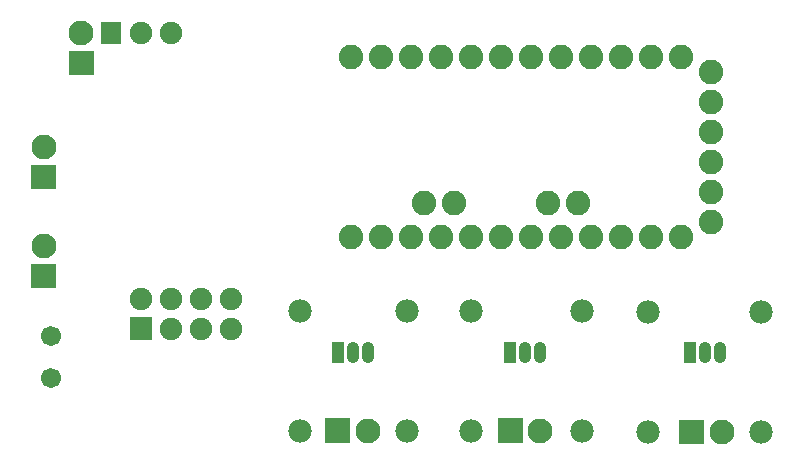
<source format=gts>
G04 Layer: TopSolderMaskLayer*
G04 EasyEDA v6.4.19.5, 2021-05-22T19:54:24+02:00*
G04 a9b393c6b906431c8adc5fb22f429070,c38686c9fe6447858fcbf2546f174441,10*
G04 Gerber Generator version 0.2*
G04 Scale: 100 percent, Rotated: No, Reflected: No *
G04 Dimensions in millimeters *
G04 leading zeros omitted , absolute positions ,4 integer and 5 decimal *
%FSLAX45Y45*%
%MOMM*%

%ADD23C,1.0016*%
%ADD24C,1.7016*%
%ADD25C,1.9016*%
%ADD27C,2.0828*%
%ADD31C,2.1016*%
%ADD32C,1.9812*%

%LPD*%
D23*
X4660900Y1863798D02*
G01*
X4660900Y1793798D01*
X4533900Y1863798D02*
G01*
X4533900Y1793798D01*
X6184900Y1863798D02*
G01*
X6184900Y1793798D01*
X6057900Y1863798D02*
G01*
X6057900Y1793798D01*
X3200400Y1863798D02*
G01*
X3200400Y1793798D01*
X3073400Y1863798D02*
G01*
X3073400Y1793798D01*
D24*
G01*
X520700Y1615694D03*
G01*
X520700Y1965705D03*
D25*
G01*
X1536700Y4533900D03*
G01*
X1282700Y4533900D03*
G36*
X944879Y4438904D02*
G01*
X944879Y4628895D01*
X1112520Y4628895D01*
X1112520Y4438904D01*
G37*
D27*
G01*
X5854700Y4330700D03*
G01*
X5600700Y4330700D03*
G01*
X5346700Y4330700D03*
G01*
X5092700Y4330700D03*
G01*
X4838700Y4330700D03*
G01*
X4584700Y4330700D03*
G01*
X4330700Y4330700D03*
G01*
X4076700Y4330700D03*
G01*
X3822700Y4330700D03*
G01*
X3568700Y4330700D03*
G01*
X3314700Y4330700D03*
G01*
X3060700Y4330700D03*
G01*
X3060700Y2806700D03*
G01*
X3314700Y2806700D03*
G01*
X3568700Y2806700D03*
G01*
X3822700Y2806700D03*
G01*
X4076700Y2806700D03*
G01*
X4330700Y2806700D03*
G01*
X4584700Y2806700D03*
G01*
X4838700Y2806700D03*
G01*
X5092700Y2806700D03*
G01*
X5346700Y2806700D03*
G01*
X5600700Y2806700D03*
G01*
X5854700Y2806700D03*
G01*
X3680459Y3093720D03*
G01*
X3934459Y3093720D03*
G01*
X4980940Y3093720D03*
G01*
X4726940Y3093720D03*
G01*
X6108700Y4203700D03*
G01*
X6108700Y3949700D03*
G01*
X6108700Y3695700D03*
G01*
X6108700Y3441700D03*
G01*
X6108700Y3187700D03*
G01*
X6108700Y2933700D03*
G36*
X1187957Y1937004D02*
G01*
X1187957Y2126995D01*
X1377950Y2126995D01*
X1377950Y1937004D01*
G37*
D25*
G01*
X1282700Y2286000D03*
G01*
X1536700Y2032000D03*
G01*
X1536700Y2286000D03*
G01*
X1790700Y2032000D03*
G01*
X1790700Y2286000D03*
G01*
X2044700Y2032000D03*
G01*
X2044700Y2286000D03*
G36*
X4356861Y1743710D02*
G01*
X4356861Y1913889D01*
X4456938Y1913889D01*
X4456938Y1743710D01*
G37*
G36*
X5880861Y1743710D02*
G01*
X5880861Y1913889D01*
X5980938Y1913889D01*
X5980938Y1743710D01*
G37*
G36*
X2896361Y1743710D02*
G01*
X2896361Y1913889D01*
X2996438Y1913889D01*
X2996438Y1743710D01*
G37*
G36*
X669544Y4174744D02*
G01*
X669544Y4385055D01*
X879855Y4385055D01*
X879855Y4174744D01*
G37*
D31*
G01*
X774700Y4533900D03*
G36*
X4301743Y1063244D02*
G01*
X4301743Y1273555D01*
X4512056Y1273555D01*
X4512056Y1063244D01*
G37*
G01*
X4660900Y1168400D03*
G36*
X5838443Y1050544D02*
G01*
X5838443Y1260855D01*
X6048756Y1260855D01*
X6048756Y1050544D01*
G37*
G01*
X6197600Y1155700D03*
G36*
X2841243Y1063244D02*
G01*
X2841243Y1273555D01*
X3051556Y1273555D01*
X3051556Y1063244D01*
G37*
G01*
X3200400Y1168400D03*
G36*
X352044Y3209544D02*
G01*
X352044Y3419855D01*
X562355Y3419855D01*
X562355Y3209544D01*
G37*
G01*
X457200Y3568700D03*
G36*
X352044Y2371344D02*
G01*
X352044Y2581655D01*
X562355Y2581655D01*
X562355Y2371344D01*
G37*
G01*
X457200Y2730500D03*
D32*
G01*
X2628900Y2184400D03*
G01*
X2628900Y1168400D03*
G01*
X4076700Y2184400D03*
G01*
X4076700Y1168400D03*
G01*
X5575300Y2171700D03*
G01*
X5575300Y1155700D03*
G01*
X5016500Y2184400D03*
G01*
X5016500Y1168400D03*
G01*
X6527800Y2171700D03*
G01*
X6527800Y1155700D03*
G01*
X3530600Y2184400D03*
G01*
X3530600Y1168400D03*
M02*

</source>
